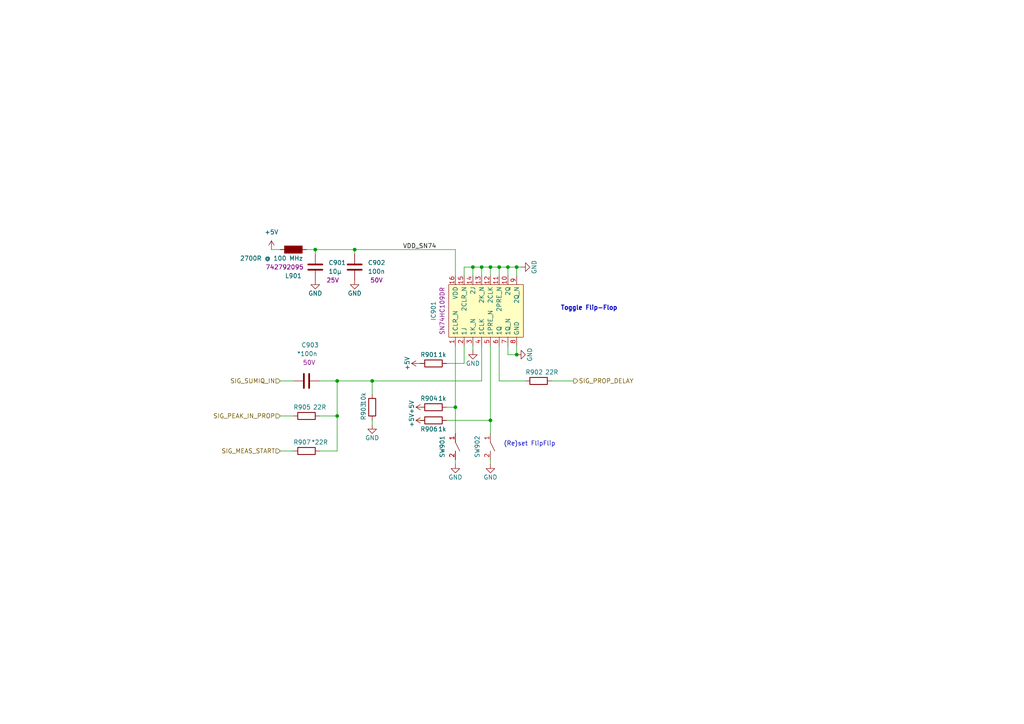
<source format=kicad_sch>
(kicad_sch (version 20231120) (generator "eeschema") (generator_version "8.0")
  (paper "A4")
  (title_block (rev "2") (company "BestSens AG"))
  (lib_symbols
    (symbol "BestParts_Generic:Switch"
      (property "Reference" "SW" (at 0 3.81 0))
      (symbol "Switch_0_1"
        (polyline (pts (xy -1.27 0) (xy 1.27 1.27)))
      )
      (symbol "Switch_1_1"
        (pin passive line (at -3.81 0 0) (length 2.54) (name "") (number "1"))
        (pin passive line (at 3.81 0 180) (length 2.54) (name "") (number "2"))
      )
    )
    (symbol "BestParts_ICs:SN74HC109DR"
      (property "Reference" "IC" (at 0 12.065 0))
      (property "Part Number" "SN74HC109DR" (at 0 12.065 0))
      (symbol "SN74HC109DR_1_1"
        (rectangle (start -7.62 10.795) (end 7.62 -10.795) (fill (type background)))
        (pin input line (at -10.16 8.89 0) (length 2.54) (name "1CLR_N") (number "1"))
        (pin output line (at 10.16 -6.35 180) (length 2.54) (name "2Q") (number "10"))
        (pin input line (at 10.16 -3.81 180) (length 2.54) (name "2PRE_N") (number "11"))
        (pin input line (at 10.16 -1.27 180) (length 2.54) (name "2CLK") (number "12"))
        (pin input line (at 10.16 1.27 180) (length 2.54) (name "2K_N") (number "13"))
        (pin input line (at 10.16 3.81 180) (length 2.54) (name "2J") (number "14"))
        (pin input line (at 10.16 6.35 180) (length 2.54) (name "2CLR_N") (number "15"))
        (pin passive line (at 10.16 8.89 180) (length 2.54) (name "VDD") (number "16"))
        (pin input line (at -10.16 6.35 0) (length 2.54) (name "1J") (number "2"))
        (pin input line (at -10.16 3.81 0) (length 2.54) (name "1K_N") (number "3"))
        (pin input line (at -10.16 1.27 0) (length 2.54) (name "1CLK") (number "4"))
        (pin input line (at -10.16 -1.27 0) (length 2.54) (name "1PRE_N") (number "5"))
        (pin output line (at -10.16 -3.81 0) (length 2.54) (name "1Q") (number "6"))
        (pin output line (at -10.16 -6.35 0) (length 2.54) (name "1Q_N") (number "7"))
        (pin passive line (at -10.16 -8.89 0) (length 2.54) (name "GND") (number "8"))
        (pin output line (at 10.16 -8.89 180) (length 2.54) (name "2Q_N") (number "9"))
      )
    )
    (symbol "Device:C" (pin_numbers hide) (pin_names (offset 0.254))
      (property "Reference" "C" (at 0.635 2.54 0))
      (property "Value" "C" (at 0.635 -2.54 0))
      (symbol "C_0_1"
        (polyline (pts (xy -2.032 -0.762) (xy 2.032 -0.762)) (stroke (width 0.508)))
        (polyline (pts (xy -2.032 0.762) (xy 2.032 0.762)) (stroke (width 0.508)))
      )
      (symbol "C_1_1"
        (pin passive line (at 0 3.81 270) (length 2.794) (name "~") (number "1"))
        (pin passive line (at 0 -3.81 90) (length 2.794) (name "~") (number "2"))
      )
    )
    (symbol "Device:R" (pin_numbers hide) (pin_names (offset 0))
      (property "Reference" "R" (at 2.032 0 90))
      (property "Value" "R" (at 0 0 90))
      (symbol "R_0_1"
        (rectangle (start -1.016 -2.54) (end 1.016 2.54) (stroke (width 0.254)))
      )
      (symbol "R_1_1"
        (pin passive line (at 0 3.81 270) (length 1.27) (name "~") (number "1"))
        (pin passive line (at 0 -3.81 90) (length 1.27) (name "~") (number "2"))
      )
    )
    (symbol "Ferrit_1" (pin_numbers hide)
      (property "Reference" "L" (at 0 2.54 0))
      (symbol "Ferrit_1_1_1"
        (rectangle (start -2.54 1.016) (end 2.54 -1.016) (stroke (width 0.254)) (fill (type outline)))
        (pin passive line (at -3.81 0 0) (length 1.27) (name "") (number "1"))
        (pin passive line (at 3.81 0 180) (length 1.27) (name "") (number "2"))
      )
    )
    (symbol "power:+5V" (power) (pin_names (offset 0))
      (property "Value" "+5V" (at 0 3.556 0))
      (symbol "+5V_0_1"
        (polyline (pts (xy -0.762 1.27) (xy 0 2.54)))
        (polyline (pts (xy 0 0) (xy 0 2.54)))
        (polyline (pts (xy 0 2.54) (xy 0.762 1.27)))
      )
      (symbol "+5V_1_1"
        (pin power_in line (at 0 0 90) (length 0) hide (name "+5V") (number "1"))
      )
    )
    (symbol "power:GND" (power) (pin_names (offset 0))
      (property "Value" "GND" (at 0 -3.81 0))
      (symbol "GND_0_1"
        (polyline (pts (xy 0 0) (xy 0 -1.27) (xy 1.27 -1.27) (xy 0 -2.54) (xy -1.27 -1.27) (xy 0 -1.27)))
      )
      (symbol "GND_1_1"
        (pin power_in line (at 0 0 270) (length 0) hide (name "GND") (number "1"))
      )
    )
  )
  (junction (at 147.32 77.47))
  (junction (at 97.79 120.65))
  (junction (at 137.16 77.47))
  (junction (at 132.08 118.11))
  (junction (at 142.24 121.92))
  (junction (at 139.7 77.47))
  (junction (at 149.86 77.47))
  (junction (at 91.44 72.39))
  (junction (at 149.86 102.87))
  (junction (at 97.79 110.49))
  (junction (at 142.24 77.47))
  (junction (at 107.95 110.49))
  (junction (at 144.78 77.47))
  (junction (at 102.87 72.39))
  (wire (pts (xy 107.95 121.92) (xy 107.95 123.19)))
  (wire (pts (xy 81.28 130.81) (xy 85.09 130.81)))
  (wire (pts (xy 134.62 80.01) (xy 134.62 77.47)))
  (wire (pts (xy 149.86 80.01) (xy 149.86 77.47)))
  (wire (pts (xy 102.87 72.39) (xy 102.87 73.66)))
  (wire (pts (xy 132.08 72.39) (xy 132.08 80.01)))
  (wire (pts (xy 139.7 80.01) (xy 139.7 77.47)))
  (wire (pts (xy 147.32 77.47) (xy 149.86 77.47)))
  (wire (pts (xy 144.78 100.33) (xy 144.78 110.49)))
  (wire (pts (xy 139.7 100.33) (xy 139.7 110.49)))
  (wire (pts (xy 139.7 77.47) (xy 142.24 77.47)))
  (wire (pts (xy 142.24 80.01) (xy 142.24 77.47)))
  (wire (pts (xy 149.86 102.87) (xy 149.86 100.33)))
  (wire (pts (xy 147.32 102.87) (xy 149.86 102.87)))
  (wire (pts (xy 142.24 77.47) (xy 144.78 77.47)))
  (wire (pts (xy 129.54 121.92) (xy 142.24 121.92)))
  (wire (pts (xy 134.62 77.47) (xy 137.16 77.47)))
  (wire (pts (xy 142.24 100.33) (xy 142.24 121.92)))
  (wire (pts (xy 91.44 72.39) (xy 91.44 73.66)))
  (wire (pts (xy 97.79 120.65) (xy 97.79 130.81)))
  (wire (pts (xy 78.74 72.39) (xy 81.28 72.39)))
  (wire (pts (xy 134.62 100.33) (xy 134.62 105.41)))
  (wire (pts (xy 149.86 77.47) (xy 151.13 77.47)))
  (wire (pts (xy 129.54 105.41) (xy 134.62 105.41)))
  (wire (pts (xy 144.78 77.47) (xy 147.32 77.47)))
  (wire (pts (xy 137.16 80.01) (xy 137.16 77.47)))
  (wire (pts (xy 97.79 110.49) (xy 97.79 120.65)))
  (wire (pts (xy 92.71 120.65) (xy 97.79 120.65)))
  (wire (pts (xy 107.95 110.49) (xy 107.95 114.3)))
  (wire (pts (xy 142.24 121.92) (xy 142.24 125.73)))
  (wire (pts (xy 142.24 133.35) (xy 142.24 134.62)))
  (wire (pts (xy 88.9 72.39) (xy 91.44 72.39)))
  (wire (pts (xy 144.78 110.49) (xy 152.4 110.49)))
  (wire (pts (xy 137.16 77.47) (xy 139.7 77.47)))
  (wire (pts (xy 137.16 101.6) (xy 137.16 100.33)))
  (wire (pts (xy 107.95 110.49) (xy 139.7 110.49)))
  (wire (pts (xy 132.08 100.33) (xy 132.08 118.11)))
  (wire (pts (xy 132.08 118.11) (xy 132.08 125.73)))
  (wire (pts (xy 132.08 133.35) (xy 132.08 134.62)))
  (wire (pts (xy 144.78 80.01) (xy 144.78 77.47)))
  (wire (pts (xy 97.79 110.49) (xy 107.95 110.49)))
  (wire (pts (xy 160.02 110.49) (xy 166.37 110.49)))
  (wire (pts (xy 147.32 80.01) (xy 147.32 77.47)))
  (wire (pts (xy 92.71 130.81) (xy 97.79 130.81)))
  (wire (pts (xy 81.28 110.49) (xy 85.09 110.49)))
  (wire (pts (xy 129.54 118.11) (xy 132.08 118.11)))
  (wire (pts (xy 121.92 118.11) (xy 123.19 118.11)))
  (wire (pts (xy 147.32 102.87) (xy 147.32 100.33)))
  (wire (pts (xy 121.92 121.92) (xy 123.19 121.92)))
  (wire (pts (xy 92.71 110.49) (xy 97.79 110.49)))
  (wire (pts (xy 81.28 120.65) (xy 85.09 120.65)))
  (wire (pts (xy 102.87 72.39) (xy 132.08 72.39)))
  (wire (pts (xy 91.44 72.39) (xy 102.87 72.39)))
  (text "Toggle Flip-Flop" (at 162.56 90.17 0) (effects (font (size 1.27 1.27) (thickness 0.254) (bold yes)) (justify left bottom)))
  (text "(Re)set FlipFlip" (at 146.05 129.54 0) (effects (font (size 1.27 1.27)) (justify left bottom)))
  (label "VDD_SN74" (at 116.84 72.39 0))
  (hierarchical_label "SIG_MEAS_START" (shape input) (at 81.28 130.81 180))
  (hierarchical_label "SIG_PROP_DELAY" (shape output) (at 166.37 110.49 0))
  (hierarchical_label "SIG_SUMIQ_IN" (shape input) (at 81.28 110.49 180))
  (hierarchical_label "SIG_PEAK_IN_PROP" (shape input) (at 81.28 120.65 180))
  (symbol (lib_id "power:GND") (at 102.87 81.28 0) (unit 1)
    (property "Reference" "#PWR0904" (effects (hide yes)))
    (property "Value" "GND" (at 102.87 85.09 0))
  )
  (symbol (lib_id "power:GND") (at 149.86 102.87 90) (unit 1)
    (property "Reference" "#PWR0906" (effects (hide yes)))
    (property "Value" "GND" (at 153.67 102.87 0))
  )
  (symbol (lib_id "power:+5V") (at 123.19 118.11 90) (mirror x) (unit 1)
    (property "Reference" "#PWR0908" (effects (hide yes)))
    (property "Value" "+5V" (at 119.38 118.11 0))
  )
  (symbol (lib_id "Device:C") (at 102.87 77.47 0) (unit 1)
    (property "Reference" "C902" (at 106.68 76.2 0) (effects (justify left)))
    (property "Value" "100n" (at 106.68 78.74 0) (effects (justify left)))
    (property "Footprint" "BestParts_Caps:C_0603" (effects (hide yes)))
    (property "Voltage" "50V" (at 109.22 81.28 0))
  )
  (symbol (lib_id "Device:C") (at 88.9 110.49 270) (unit 1)
    (property "Reference" "C903" (at 87.376 100.076 90) (effects (justify left)))
    (property "Value" "*100n" (at 86.106 102.616 90) (effects (justify left)))
    (property "Footprint" "BestParts_Caps:C_0603" (effects (hide yes)))
    (property "Voltage" "50V" (at 89.662 105.156 90))
  )
  (symbol (lib_id "Device:R") (at 88.9 130.81 90) (unit 1)
    (property "Reference" "R907" (at 87.63 128.27 90))
    (property "Value" "*22R" (at 92.71 128.27 90))
    (property "Footprint" "BestParts_Resistors:R_0603" (effects (hide yes)))
    (property "Part Number" "Generic" (effects (hide yes)))
  )
  (symbol (lib_id "power:GND") (at 132.08 134.62 0) (unit 1)
    (property "Reference" "#PWR0911" (effects (hide yes)))
    (property "Value" "GND" (at 132.08 138.43 0))
  )
  (symbol (lib_id "power:+5V") (at 78.74 72.39 0) (unit 1)
    (property "Reference" "#PWR0901" (effects (hide yes)))
    (property "Value" "+5V" (at 78.74 67.31 0))
  )
  (symbol (lib_id "power:GND") (at 137.16 101.6 0) (unit 1)
    (property "Reference" "#PWR0905" (effects (hide yes)))
    (property "Value" "GND" (at 137.16 105.41 0))
  )
  (symbol (lib_id "Device:C") (at 91.44 77.47 0) (unit 1)
    (property "Reference" "C901" (at 95.25 76.2 0) (effects (justify left)))
    (property "Value" "10µ" (at 95.25 78.74 0) (effects (justify left)))
    (property "Footprint" "BestParts_Caps:C_0603" (effects (hide yes)))
    (property "Voltage" "25V" (at 96.52 81.28 0))
  )
  (symbol (lib_id "Device:R") (at 125.73 121.92 90) (mirror x) (unit 1)
    (property "Reference" "R906" (at 124.46 124.46 90))
    (property "Value" "1k" (at 128.27 124.46 90))
    (property "Footprint" "BestParts_Resistors:R_0603" (effects (hide yes)))
    (property "Part Number" "Generic" (effects (hide yes)))
  )
  (symbol (lib_id "power:+5V") (at 123.19 121.92 90) (unit 1)
    (property "Reference" "#PWR0909" (effects (hide yes)))
    (property "Value" "+5V" (at 119.38 121.92 0))
  )
  (symbol (lib_name "Ferrit_1") (lib_id "BestParts_Inductors:Ferrit") (at 85.09 72.39 180) (unit 1)
    (property "Reference" "L901" (at 85.09 80.01 0))
    (property "Value" "2700R @ 100 MHz" (at 78.74 74.93 0))
    (property "Footprint" "BestParts_Resistors:R_0805" (effects (hide yes)))
    (property "Part Number" "742792095" (at 82.55 77.47 0))
  )
  (symbol (lib_id "Device:R") (at 156.21 110.49 90) (unit 1)
    (property "Reference" "R902" (at 154.94 107.95 90))
    (property "Value" "22R" (at 160.02 107.95 90))
    (property "Footprint" "BestParts_Resistors:R_0603" (effects (hide yes)))
    (property "Part Number" "Generic" (effects (hide yes)))
  )
  (symbol (lib_id "BestParts_ICs:SN74HC109DR") (at 140.97 90.17 90) (unit 1)
    (property "Reference" "IC901" (at 125.73 90.17 0))
    (property "Value" "*" (effects (hide yes)))
    (property "Footprint" "BestParts_ICs:SOIC-16" (effects (hide yes)))
    (property "Part Number" "SN74HC109DR" (at 128.27 90.17 0))
    (property "Manufacturer" "Texas Instruments" (effects (hide yes)))
  )
  (symbol (lib_id "Device:R") (at 125.73 118.11 90) (unit 1)
    (property "Reference" "R904" (at 124.46 115.57 90))
    (property "Value" "1k" (at 128.27 115.57 90))
    (property "Footprint" "BestParts_Resistors:R_0603" (effects (hide yes)))
    (property "Part Number" "Generic" (effects (hide yes)))
  )
  (symbol (lib_id "power:GND") (at 151.13 77.47 90) (unit 1)
    (property "Reference" "#PWR0902" (effects (hide yes)))
    (property "Value" "GND" (at 154.94 77.47 0))
  )
  (symbol (lib_id "Device:R") (at 88.9 120.65 90) (unit 1)
    (property "Reference" "R905" (at 87.63 118.11 90))
    (property "Value" "22R" (at 92.71 118.11 90))
    (property "Footprint" "BestParts_Resistors:R_0603" (effects (hide yes)))
    (property "Part Number" "Generic" (effects (hide yes)))
  )
  (symbol (lib_id "power:GND") (at 142.24 134.62 0) (unit 1)
    (property "Reference" "#PWR0912" (effects (hide yes)))
    (property "Value" "GND" (at 142.24 138.43 0))
  )
  (symbol (lib_id "power:GND") (at 91.44 81.28 0) (unit 1)
    (property "Reference" "#PWR0903" (effects (hide yes)))
    (property "Value" "GND" (at 91.44 85.09 0))
  )
  (symbol (lib_id "Device:R") (at 107.95 118.11 180) (unit 1)
    (property "Reference" "R903" (at 105.41 119.38 90))
    (property "Value" "10k" (at 105.41 115.57 90))
    (property "Footprint" "BestParts_Resistors:R_0603" (effects (hide yes)))
    (property "Part Number" "Generic" (effects (hide yes)))
  )
  (symbol (lib_id "power:GND") (at 107.95 123.19 0) (unit 1)
    (property "Reference" "#PWR0910" (effects (hide yes)))
    (property "Value" "GND" (at 107.95 127 0))
  )
  (symbol (lib_id "BestParts_Generic:Switch") (at 142.24 129.54 270) (unit 1)
    (property "Reference" "SW902" (at 138.43 129.54 0))
    (property "Value" "*" (effects (hide yes)))
    (property "Footprint" "BestSens:Switch (434121025816)" (effects (hide yes)))
    (property "Part Number" "434121025816" (effects (hide yes)))
  )
  (symbol (lib_id "BestParts_Generic:Switch") (at 132.08 129.54 270) (unit 1)
    (property "Reference" "SW901" (at 128.27 129.54 0))
    (property "Value" "*" (effects (hide yes)))
    (property "Footprint" "BestSens:Switch (434121025816)" (effects (hide yes)))
    (property "Part Number" "434121025816" (effects (hide yes)))
  )
  (symbol (lib_id "Device:R") (at 125.73 105.41 90) (unit 1)
    (property "Reference" "R901" (at 124.46 102.87 90))
    (property "Value" "1k" (at 128.27 102.87 90))
    (property "Footprint" "BestParts_Resistors:R_0603" (effects (hide yes)))
    (property "Part Number" "Generic" (effects (hide yes)))
  )
  (symbol (lib_id "power:+5V") (at 121.92 105.41 90) (mirror x) (unit 1)
    (property "Reference" "#PWR0907" (effects (hide yes)))
    (property "Value" "+5V" (at 118.11 105.41 0))
  )
)
</source>
